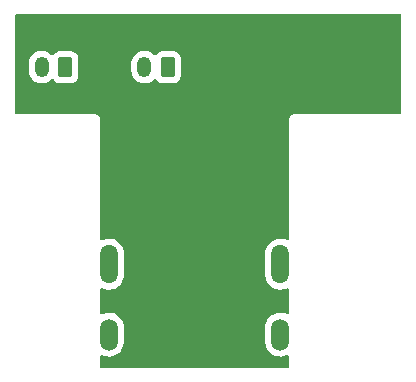
<source format=gbr>
%TF.GenerationSoftware,KiCad,Pcbnew,(6.0.5)*%
%TF.CreationDate,2022-06-07T12:38:57-06:00*%
%TF.ProjectId,21Pin_Fanout,32315069-6e5f-4466-916e-6f75742e6b69,rev?*%
%TF.SameCoordinates,Original*%
%TF.FileFunction,Copper,L2,Bot*%
%TF.FilePolarity,Positive*%
%FSLAX46Y46*%
G04 Gerber Fmt 4.6, Leading zero omitted, Abs format (unit mm)*
G04 Created by KiCad (PCBNEW (6.0.5)) date 2022-06-07 12:38:57*
%MOMM*%
%LPD*%
G01*
G04 APERTURE LIST*
G04 Aperture macros list*
%AMRoundRect*
0 Rectangle with rounded corners*
0 $1 Rounding radius*
0 $2 $3 $4 $5 $6 $7 $8 $9 X,Y pos of 4 corners*
0 Add a 4 corners polygon primitive as box body*
4,1,4,$2,$3,$4,$5,$6,$7,$8,$9,$2,$3,0*
0 Add four circle primitives for the rounded corners*
1,1,$1+$1,$2,$3*
1,1,$1+$1,$4,$5*
1,1,$1+$1,$6,$7*
1,1,$1+$1,$8,$9*
0 Add four rect primitives between the rounded corners*
20,1,$1+$1,$2,$3,$4,$5,0*
20,1,$1+$1,$4,$5,$6,$7,0*
20,1,$1+$1,$6,$7,$8,$9,0*
20,1,$1+$1,$8,$9,$2,$3,0*%
G04 Aperture macros list end*
%TA.AperFunction,ComponentPad*%
%ADD10RoundRect,0.250000X0.350000X0.625000X-0.350000X0.625000X-0.350000X-0.625000X0.350000X-0.625000X0*%
%TD*%
%TA.AperFunction,ComponentPad*%
%ADD11O,1.200000X1.750000*%
%TD*%
%TA.AperFunction,ComponentPad*%
%ADD12O,1.500000X2.700000*%
%TD*%
%TA.AperFunction,ComponentPad*%
%ADD13O,1.500000X3.300000*%
%TD*%
%TA.AperFunction,ViaPad*%
%ADD14C,0.800000*%
%TD*%
G04 APERTURE END LIST*
D10*
%TO.P,J3,1,Pin_1*%
%TO.N,Net-(J1-Pad10)*%
X-10950000Y19250000D03*
D11*
%TO.P,J3,2,Pin_2*%
%TO.N,Net-(J1-Pad12)*%
X-12950000Y19250000D03*
%TD*%
D10*
%TO.P,J2,1,Pin_1*%
%TO.N,Net-(J1-Pad7)*%
X-2250000Y19250000D03*
D11*
%TO.P,J2,2,Pin_2*%
%TO.N,Net-(J1-Pad9)*%
X-4250000Y19250000D03*
%TD*%
D12*
%TO.P,J1,20*%
%TO.N,N/C*%
X7250000Y-3396000D03*
%TO.P,J1,21*%
X-7250000Y-3396000D03*
D13*
%TO.P,J1,22*%
X7250000Y2564000D03*
%TO.P,J1,23*%
X-7250000Y2564000D03*
%TD*%
D14*
%TO.N,GND*%
X-2128520Y871480D03*
%TD*%
%TA.AperFunction,Conductor*%
%TO.N,GND*%
G36*
X17433621Y23721498D02*
G01*
X17480114Y23667842D01*
X17491500Y23615500D01*
X17491500Y15384500D01*
X17471498Y15316379D01*
X17417842Y15269886D01*
X17365500Y15258500D01*
X8508623Y15258500D01*
X8507853Y15258502D01*
X8507037Y15258507D01*
X8430279Y15258976D01*
X8407918Y15252585D01*
X8401847Y15250850D01*
X8385085Y15247272D01*
X8355813Y15243080D01*
X8347645Y15239366D01*
X8347644Y15239366D01*
X8332438Y15232452D01*
X8314914Y15226004D01*
X8290229Y15218949D01*
X8282635Y15214157D01*
X8282632Y15214156D01*
X8265220Y15203170D01*
X8250137Y15195031D01*
X8223218Y15182792D01*
X8216416Y15176931D01*
X8203765Y15166030D01*
X8188761Y15154927D01*
X8167042Y15141224D01*
X8161103Y15134499D01*
X8161099Y15134496D01*
X8147468Y15119062D01*
X8135276Y15107018D01*
X8119673Y15093573D01*
X8119671Y15093570D01*
X8112873Y15087713D01*
X8107993Y15080184D01*
X8107992Y15080183D01*
X8098906Y15066165D01*
X8087615Y15051291D01*
X8076569Y15038783D01*
X8070622Y15032049D01*
X8064312Y15018609D01*
X8058058Y15005289D01*
X8049737Y14990309D01*
X8038529Y14973017D01*
X8038527Y14973012D01*
X8033648Y14965485D01*
X8031078Y14956892D01*
X8031076Y14956887D01*
X8026289Y14940880D01*
X8019628Y14923436D01*
X8012533Y14908324D01*
X8008719Y14900200D01*
X8007338Y14891333D01*
X8007338Y14891332D01*
X8004170Y14870985D01*
X8000387Y14854268D01*
X7994485Y14834534D01*
X7994484Y14834528D01*
X7991914Y14825934D01*
X7991859Y14816963D01*
X7991859Y14816962D01*
X7991704Y14791503D01*
X7991671Y14790711D01*
X7991500Y14789614D01*
X7991500Y14758623D01*
X7991498Y14757853D01*
X7991024Y14680279D01*
X7991408Y14678935D01*
X7991500Y14677590D01*
X7991500Y4705927D01*
X7971498Y4637806D01*
X7917842Y4591313D01*
X7847568Y4581209D01*
X7814855Y4590554D01*
X7658180Y4659330D01*
X7658167Y4659335D01*
X7653033Y4661588D01*
X7647582Y4662897D01*
X7647578Y4662898D01*
X7440046Y4712722D01*
X7440045Y4712722D01*
X7434589Y4714032D01*
X7350525Y4718879D01*
X7215917Y4726640D01*
X7215914Y4726640D01*
X7210310Y4726963D01*
X6987285Y4699975D01*
X6772565Y4633918D01*
X6767585Y4631348D01*
X6767581Y4631346D01*
X6577919Y4533454D01*
X6572936Y4530882D01*
X6394708Y4394123D01*
X6243515Y4227964D01*
X6124136Y4037656D01*
X6040344Y3829217D01*
X5994787Y3609233D01*
X5991500Y3552225D01*
X5991500Y1607001D01*
X5991749Y1604214D01*
X5991749Y1604208D01*
X5998009Y1534071D01*
X6006383Y1440238D01*
X6065663Y1223549D01*
X6162378Y1020782D01*
X6293471Y838346D01*
X6454799Y682008D01*
X6641262Y556710D01*
X6846967Y466412D01*
X6852418Y465103D01*
X6852422Y465102D01*
X7025503Y423549D01*
X7065411Y413968D01*
X7149475Y409121D01*
X7284083Y401360D01*
X7284086Y401360D01*
X7289690Y401037D01*
X7512715Y428025D01*
X7727435Y494082D01*
X7732415Y496652D01*
X7732419Y496654D01*
X7807710Y535515D01*
X7877417Y548984D01*
X7943341Y522629D01*
X7984550Y464816D01*
X7991500Y423549D01*
X7991500Y-1554073D01*
X7971498Y-1622194D01*
X7917842Y-1668687D01*
X7847568Y-1678791D01*
X7814855Y-1669446D01*
X7658180Y-1600670D01*
X7658167Y-1600665D01*
X7653033Y-1598412D01*
X7647582Y-1597103D01*
X7647578Y-1597102D01*
X7440046Y-1547278D01*
X7440045Y-1547278D01*
X7434589Y-1545968D01*
X7350525Y-1541121D01*
X7215917Y-1533360D01*
X7215914Y-1533360D01*
X7210310Y-1533037D01*
X6987285Y-1560025D01*
X6772565Y-1626082D01*
X6767585Y-1628652D01*
X6767581Y-1628654D01*
X6577919Y-1726546D01*
X6572936Y-1729118D01*
X6394708Y-1865877D01*
X6243515Y-2032036D01*
X6124136Y-2222344D01*
X6040344Y-2430783D01*
X5994787Y-2650767D01*
X5991500Y-2707775D01*
X5991500Y-4052999D01*
X5991749Y-4055786D01*
X5991749Y-4055792D01*
X5998009Y-4125929D01*
X6006383Y-4219762D01*
X6065663Y-4436451D01*
X6162378Y-4639218D01*
X6293471Y-4821654D01*
X6454799Y-4977992D01*
X6641262Y-5103290D01*
X6846967Y-5193588D01*
X6852418Y-5194897D01*
X6852422Y-5194898D01*
X7025503Y-5236451D01*
X7065411Y-5246032D01*
X7149475Y-5250879D01*
X7284083Y-5258640D01*
X7284086Y-5258640D01*
X7289690Y-5258963D01*
X7512715Y-5231975D01*
X7727435Y-5165918D01*
X7732415Y-5163348D01*
X7732419Y-5163346D01*
X7807710Y-5124485D01*
X7877417Y-5111016D01*
X7943341Y-5137371D01*
X7984550Y-5195184D01*
X7991500Y-5236451D01*
X7991500Y-6115500D01*
X7971498Y-6183621D01*
X7917842Y-6230114D01*
X7865500Y-6241500D01*
X-7865500Y-6241500D01*
X-7933621Y-6221498D01*
X-7980114Y-6167842D01*
X-7991500Y-6115500D01*
X-7991500Y-5237927D01*
X-7971498Y-5169806D01*
X-7917842Y-5123313D01*
X-7847568Y-5113209D01*
X-7814855Y-5122554D01*
X-7658180Y-5191330D01*
X-7658167Y-5191335D01*
X-7653033Y-5193588D01*
X-7647582Y-5194897D01*
X-7647578Y-5194898D01*
X-7474497Y-5236451D01*
X-7434589Y-5246032D01*
X-7350525Y-5250879D01*
X-7215917Y-5258640D01*
X-7215914Y-5258640D01*
X-7210310Y-5258963D01*
X-6987285Y-5231975D01*
X-6772565Y-5165918D01*
X-6767585Y-5163348D01*
X-6767581Y-5163346D01*
X-6577919Y-5065454D01*
X-6577918Y-5065454D01*
X-6572936Y-5062882D01*
X-6394708Y-4926123D01*
X-6243515Y-4759964D01*
X-6124136Y-4569656D01*
X-6040344Y-4361217D01*
X-5994787Y-4141233D01*
X-5991500Y-4084225D01*
X-5991500Y-2739001D01*
X-5994449Y-2705952D01*
X-6005884Y-2577833D01*
X-6006383Y-2572238D01*
X-6065663Y-2355549D01*
X-6162378Y-2152782D01*
X-6293471Y-1970346D01*
X-6454799Y-1814008D01*
X-6641262Y-1688710D01*
X-6846967Y-1598412D01*
X-6852418Y-1597103D01*
X-6852422Y-1597102D01*
X-7059954Y-1547278D01*
X-7059955Y-1547278D01*
X-7065411Y-1545968D01*
X-7149475Y-1541121D01*
X-7284083Y-1533360D01*
X-7284086Y-1533360D01*
X-7289690Y-1533037D01*
X-7512715Y-1560025D01*
X-7727435Y-1626082D01*
X-7732415Y-1628652D01*
X-7732419Y-1628654D01*
X-7807710Y-1667515D01*
X-7877417Y-1680984D01*
X-7943341Y-1654629D01*
X-7984550Y-1596816D01*
X-7991500Y-1555549D01*
X-7991500Y422073D01*
X-7971498Y490194D01*
X-7917842Y536687D01*
X-7847568Y546791D01*
X-7814855Y537446D01*
X-7658180Y468670D01*
X-7658167Y468665D01*
X-7653033Y466412D01*
X-7647582Y465103D01*
X-7647578Y465102D01*
X-7474497Y423549D01*
X-7434589Y413968D01*
X-7350525Y409121D01*
X-7215917Y401360D01*
X-7215914Y401360D01*
X-7210310Y401037D01*
X-6987285Y428025D01*
X-6772565Y494082D01*
X-6767585Y496652D01*
X-6767581Y496654D01*
X-6577919Y594546D01*
X-6577918Y594546D01*
X-6572936Y597118D01*
X-6394708Y733877D01*
X-6243515Y900036D01*
X-6124136Y1090344D01*
X-6040344Y1298783D01*
X-5994787Y1518767D01*
X-5991500Y1575775D01*
X-5991500Y3520999D01*
X-5994449Y3554048D01*
X-6005884Y3682167D01*
X-6006383Y3687762D01*
X-6065663Y3904451D01*
X-6162378Y4107218D01*
X-6293471Y4289654D01*
X-6454799Y4445992D01*
X-6641262Y4571290D01*
X-6846967Y4661588D01*
X-6852418Y4662897D01*
X-6852422Y4662898D01*
X-7059954Y4712722D01*
X-7059955Y4712722D01*
X-7065411Y4714032D01*
X-7149475Y4718879D01*
X-7284083Y4726640D01*
X-7284086Y4726640D01*
X-7289690Y4726963D01*
X-7512715Y4699975D01*
X-7727435Y4633918D01*
X-7732415Y4631348D01*
X-7732419Y4631346D01*
X-7807710Y4592485D01*
X-7877417Y4579016D01*
X-7943341Y4605371D01*
X-7984550Y4663184D01*
X-7991500Y4704451D01*
X-7991500Y14741377D01*
X-7991498Y14742147D01*
X-7991200Y14790898D01*
X-7991024Y14819721D01*
X-7999150Y14848153D01*
X-8002728Y14864915D01*
X-8005648Y14885302D01*
X-8006920Y14894187D01*
X-8017549Y14917564D01*
X-8023996Y14935087D01*
X-8028584Y14951138D01*
X-8031051Y14959771D01*
X-8035844Y14967368D01*
X-8046830Y14984780D01*
X-8054970Y14999865D01*
X-8057436Y15005289D01*
X-8067208Y15026782D01*
X-8083970Y15046235D01*
X-8095073Y15061239D01*
X-8108776Y15082958D01*
X-8115501Y15088897D01*
X-8115504Y15088901D01*
X-8130938Y15102532D01*
X-8142982Y15114724D01*
X-8156427Y15130327D01*
X-8156430Y15130329D01*
X-8162287Y15137127D01*
X-8175991Y15146010D01*
X-8183835Y15151094D01*
X-8198709Y15162385D01*
X-8211217Y15173431D01*
X-8211218Y15173432D01*
X-8217951Y15179378D01*
X-8244713Y15191943D01*
X-8259691Y15200263D01*
X-8276983Y15211471D01*
X-8276988Y15211473D01*
X-8284515Y15216352D01*
X-8293108Y15218922D01*
X-8293113Y15218924D01*
X-8309120Y15223711D01*
X-8326564Y15230372D01*
X-8341676Y15237467D01*
X-8341678Y15237468D01*
X-8349800Y15241281D01*
X-8358667Y15242662D01*
X-8358668Y15242662D01*
X-8369522Y15244352D01*
X-8379017Y15245830D01*
X-8395732Y15249613D01*
X-8415466Y15255515D01*
X-8415472Y15255516D01*
X-8424066Y15258086D01*
X-8433037Y15258141D01*
X-8433038Y15258141D01*
X-8443097Y15258202D01*
X-8458506Y15258296D01*
X-8459289Y15258329D01*
X-8460386Y15258500D01*
X-8491377Y15258500D01*
X-8492147Y15258502D01*
X-8565785Y15258952D01*
X-8565786Y15258952D01*
X-8569721Y15258976D01*
X-8571065Y15258592D01*
X-8572410Y15258500D01*
X-15115500Y15258500D01*
X-15183621Y15278502D01*
X-15230114Y15332158D01*
X-15241500Y15384500D01*
X-15241500Y18922154D01*
X-14058500Y18922154D01*
X-14043452Y18764434D01*
X-13983908Y18561466D01*
X-13981164Y18556139D01*
X-13981164Y18556138D01*
X-13933509Y18463611D01*
X-13887058Y18373420D01*
X-13756396Y18207080D01*
X-13751865Y18203148D01*
X-13751862Y18203145D01*
X-13665942Y18128588D01*
X-13596637Y18068448D01*
X-13591451Y18065448D01*
X-13591447Y18065445D01*
X-13495043Y18009674D01*
X-13413546Y17962527D01*
X-13213729Y17893139D01*
X-13207794Y17892278D01*
X-13207792Y17892278D01*
X-13010336Y17863648D01*
X-13010333Y17863648D01*
X-13004396Y17862787D01*
X-12793101Y17872567D01*
X-12661923Y17904181D01*
X-12593299Y17920719D01*
X-12593297Y17920720D01*
X-12587466Y17922125D01*
X-12582008Y17924607D01*
X-12582004Y17924608D01*
X-12466959Y17976916D01*
X-12394913Y18009674D01*
X-12222389Y18132054D01*
X-12218247Y18136381D01*
X-12218241Y18136386D01*
X-12131194Y18227317D01*
X-12069639Y18262694D01*
X-11998730Y18259175D01*
X-11940979Y18217879D01*
X-11933035Y18206496D01*
X-11898478Y18150652D01*
X-11773303Y18025695D01*
X-11767073Y18021855D01*
X-11767072Y18021854D01*
X-11629910Y17937306D01*
X-11622738Y17932885D01*
X-11597783Y17924608D01*
X-11461389Y17879368D01*
X-11461387Y17879368D01*
X-11454861Y17877203D01*
X-11448025Y17876503D01*
X-11448022Y17876502D01*
X-11409614Y17872567D01*
X-11350400Y17866500D01*
X-10549600Y17866500D01*
X-10546354Y17866837D01*
X-10546350Y17866837D01*
X-10450692Y17876762D01*
X-10450688Y17876763D01*
X-10443834Y17877474D01*
X-10437298Y17879655D01*
X-10437296Y17879655D01*
X-10302557Y17924608D01*
X-10276054Y17933450D01*
X-10125652Y18026522D01*
X-10000695Y18151697D01*
X-9963648Y18211798D01*
X-9911725Y18296032D01*
X-9911724Y18296034D01*
X-9907885Y18302262D01*
X-9852203Y18470139D01*
X-9841500Y18574600D01*
X-9841500Y18922154D01*
X-5358500Y18922154D01*
X-5343452Y18764434D01*
X-5283908Y18561466D01*
X-5281164Y18556139D01*
X-5281164Y18556138D01*
X-5233509Y18463611D01*
X-5187058Y18373420D01*
X-5056396Y18207080D01*
X-5051865Y18203148D01*
X-5051862Y18203145D01*
X-4965942Y18128588D01*
X-4896637Y18068448D01*
X-4891451Y18065448D01*
X-4891447Y18065445D01*
X-4795043Y18009674D01*
X-4713546Y17962527D01*
X-4513729Y17893139D01*
X-4507794Y17892278D01*
X-4507792Y17892278D01*
X-4310336Y17863648D01*
X-4310333Y17863648D01*
X-4304396Y17862787D01*
X-4093101Y17872567D01*
X-3961923Y17904181D01*
X-3893299Y17920719D01*
X-3893297Y17920720D01*
X-3887466Y17922125D01*
X-3882008Y17924607D01*
X-3882004Y17924608D01*
X-3766959Y17976916D01*
X-3694913Y18009674D01*
X-3522389Y18132054D01*
X-3518247Y18136381D01*
X-3518241Y18136386D01*
X-3431194Y18227317D01*
X-3369639Y18262694D01*
X-3298730Y18259175D01*
X-3240979Y18217879D01*
X-3233035Y18206496D01*
X-3198478Y18150652D01*
X-3073303Y18025695D01*
X-3067073Y18021855D01*
X-3067072Y18021854D01*
X-2929910Y17937306D01*
X-2922738Y17932885D01*
X-2897783Y17924608D01*
X-2761389Y17879368D01*
X-2761387Y17879368D01*
X-2754861Y17877203D01*
X-2748025Y17876503D01*
X-2748022Y17876502D01*
X-2709614Y17872567D01*
X-2650400Y17866500D01*
X-1849600Y17866500D01*
X-1846354Y17866837D01*
X-1846350Y17866837D01*
X-1750692Y17876762D01*
X-1750688Y17876763D01*
X-1743834Y17877474D01*
X-1737298Y17879655D01*
X-1737296Y17879655D01*
X-1602557Y17924608D01*
X-1576054Y17933450D01*
X-1425652Y18026522D01*
X-1300695Y18151697D01*
X-1263648Y18211798D01*
X-1211725Y18296032D01*
X-1211724Y18296034D01*
X-1207885Y18302262D01*
X-1152203Y18470139D01*
X-1141500Y18574600D01*
X-1141500Y19925400D01*
X-1152474Y20031166D01*
X-1156251Y20042489D01*
X-1206132Y20191998D01*
X-1208450Y20198946D01*
X-1301522Y20349348D01*
X-1426697Y20474305D01*
X-1529174Y20537473D01*
X-1571032Y20563275D01*
X-1571034Y20563276D01*
X-1577262Y20567115D01*
X-1737746Y20620345D01*
X-1738611Y20620632D01*
X-1738613Y20620632D01*
X-1745139Y20622797D01*
X-1751975Y20623497D01*
X-1751978Y20623498D01*
X-1795031Y20627909D01*
X-1849600Y20633500D01*
X-2650400Y20633500D01*
X-2653646Y20633163D01*
X-2653650Y20633163D01*
X-2749308Y20623238D01*
X-2749312Y20623237D01*
X-2756166Y20622526D01*
X-2762702Y20620345D01*
X-2762704Y20620345D01*
X-2885787Y20579281D01*
X-2923946Y20566550D01*
X-3074348Y20473478D01*
X-3199305Y20348303D01*
X-3203145Y20342073D01*
X-3203146Y20342072D01*
X-3231074Y20296764D01*
X-3283846Y20249271D01*
X-3353918Y20237847D01*
X-3419042Y20266121D01*
X-3437418Y20285045D01*
X-3443604Y20292920D01*
X-3448135Y20296852D01*
X-3448138Y20296855D01*
X-3598833Y20427621D01*
X-3603363Y20431552D01*
X-3608549Y20434552D01*
X-3608553Y20434555D01*
X-3781258Y20534467D01*
X-3786454Y20537473D01*
X-3986271Y20606861D01*
X-3992206Y20607722D01*
X-3992208Y20607722D01*
X-4189664Y20636352D01*
X-4189667Y20636352D01*
X-4195604Y20637213D01*
X-4406899Y20627433D01*
X-4538077Y20595819D01*
X-4606701Y20579281D01*
X-4606703Y20579280D01*
X-4612534Y20577875D01*
X-4617992Y20575393D01*
X-4617996Y20575392D01*
X-4733041Y20523084D01*
X-4805087Y20490326D01*
X-4977611Y20367946D01*
X-5123881Y20215150D01*
X-5238620Y20037452D01*
X-5317686Y19841263D01*
X-5358228Y19633663D01*
X-5358500Y19628101D01*
X-5358500Y18922154D01*
X-9841500Y18922154D01*
X-9841500Y19925400D01*
X-9852474Y20031166D01*
X-9856251Y20042489D01*
X-9906132Y20191998D01*
X-9908450Y20198946D01*
X-10001522Y20349348D01*
X-10126697Y20474305D01*
X-10229174Y20537473D01*
X-10271032Y20563275D01*
X-10271034Y20563276D01*
X-10277262Y20567115D01*
X-10437746Y20620345D01*
X-10438611Y20620632D01*
X-10438613Y20620632D01*
X-10445139Y20622797D01*
X-10451975Y20623497D01*
X-10451978Y20623498D01*
X-10495031Y20627909D01*
X-10549600Y20633500D01*
X-11350400Y20633500D01*
X-11353646Y20633163D01*
X-11353650Y20633163D01*
X-11449308Y20623238D01*
X-11449312Y20623237D01*
X-11456166Y20622526D01*
X-11462702Y20620345D01*
X-11462704Y20620345D01*
X-11585787Y20579281D01*
X-11623946Y20566550D01*
X-11774348Y20473478D01*
X-11899305Y20348303D01*
X-11903145Y20342073D01*
X-11903146Y20342072D01*
X-11931074Y20296764D01*
X-11983846Y20249271D01*
X-12053918Y20237847D01*
X-12119042Y20266121D01*
X-12137418Y20285045D01*
X-12143604Y20292920D01*
X-12148135Y20296852D01*
X-12148138Y20296855D01*
X-12298833Y20427621D01*
X-12303363Y20431552D01*
X-12308549Y20434552D01*
X-12308553Y20434555D01*
X-12481258Y20534467D01*
X-12486454Y20537473D01*
X-12686271Y20606861D01*
X-12692206Y20607722D01*
X-12692208Y20607722D01*
X-12889664Y20636352D01*
X-12889667Y20636352D01*
X-12895604Y20637213D01*
X-13106899Y20627433D01*
X-13238077Y20595819D01*
X-13306701Y20579281D01*
X-13306703Y20579280D01*
X-13312534Y20577875D01*
X-13317992Y20575393D01*
X-13317996Y20575392D01*
X-13433041Y20523084D01*
X-13505087Y20490326D01*
X-13677611Y20367946D01*
X-13823881Y20215150D01*
X-13938620Y20037452D01*
X-14017686Y19841263D01*
X-14058228Y19633663D01*
X-14058500Y19628101D01*
X-14058500Y18922154D01*
X-15241500Y18922154D01*
X-15241500Y23615500D01*
X-15221498Y23683621D01*
X-15167842Y23730114D01*
X-15115500Y23741500D01*
X17365500Y23741500D01*
X17433621Y23721498D01*
G37*
%TD.AperFunction*%
%TD*%
M02*

</source>
